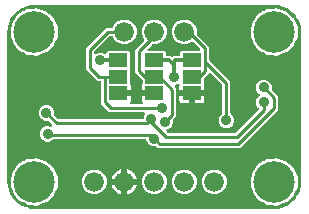
<source format=gbr>
G04 EAGLE Gerber RS-274X export*
G75*
%MOMM*%
%FSLAX34Y34*%
%LPD*%
%INBottom Copper*%
%IPPOS*%
%AMOC8*
5,1,8,0,0,1.08239X$1,22.5*%
G01*
%ADD10C,3.516000*%
%ADD11C,1.676400*%
%ADD12R,1.600200X1.168400*%
%ADD13C,0.906400*%
%ADD14C,0.254000*%
%ADD15C,0.304800*%

G36*
X228622Y2543D02*
X228622Y2543D01*
X228700Y2545D01*
X232077Y2810D01*
X232145Y2824D01*
X232214Y2829D01*
X232370Y2869D01*
X238794Y4956D01*
X238901Y5006D01*
X239012Y5050D01*
X239063Y5083D01*
X239082Y5091D01*
X239097Y5104D01*
X239148Y5136D01*
X244612Y9107D01*
X244699Y9188D01*
X244746Y9227D01*
X244752Y9231D01*
X244753Y9233D01*
X244791Y9264D01*
X244829Y9310D01*
X244844Y9324D01*
X244855Y9342D01*
X244893Y9388D01*
X246586Y11717D01*
X246599Y11741D01*
X246616Y11761D01*
X246675Y11880D01*
X246739Y11996D01*
X246746Y12022D01*
X246758Y12046D01*
X246785Y12174D01*
X246799Y12185D01*
X246823Y12196D01*
X246925Y12281D01*
X247031Y12361D01*
X247048Y12381D01*
X247068Y12398D01*
X247171Y12522D01*
X248864Y14852D01*
X248921Y14956D01*
X248985Y15056D01*
X249007Y15113D01*
X249017Y15131D01*
X249022Y15151D01*
X249044Y15206D01*
X251131Y21630D01*
X251144Y21698D01*
X251167Y21764D01*
X251190Y21923D01*
X251455Y25300D01*
X251455Y25304D01*
X251456Y25307D01*
X251455Y25326D01*
X251459Y25400D01*
X251459Y152400D01*
X251457Y152422D01*
X251455Y152500D01*
X251190Y155877D01*
X251176Y155945D01*
X251171Y156014D01*
X251131Y156170D01*
X249044Y162594D01*
X248993Y162701D01*
X248950Y162812D01*
X248917Y162863D01*
X248909Y162882D01*
X248896Y162897D01*
X248864Y162948D01*
X247171Y165278D01*
X247153Y165297D01*
X247139Y165320D01*
X247044Y165413D01*
X246953Y165509D01*
X246931Y165524D01*
X246912Y165542D01*
X246798Y165608D01*
X246792Y165624D01*
X246789Y165651D01*
X246740Y165775D01*
X246697Y165900D01*
X246682Y165922D01*
X246672Y165947D01*
X246586Y166083D01*
X244893Y168412D01*
X244812Y168499D01*
X244736Y168591D01*
X244690Y168629D01*
X244676Y168644D01*
X244658Y168655D01*
X244612Y168693D01*
X239148Y172664D01*
X239044Y172721D01*
X238944Y172785D01*
X238887Y172807D01*
X238869Y172817D01*
X238849Y172822D01*
X238794Y172844D01*
X232370Y174931D01*
X232302Y174944D01*
X232236Y174967D01*
X232077Y174990D01*
X228700Y175255D01*
X228678Y175254D01*
X228600Y175259D01*
X25400Y175259D01*
X25378Y175257D01*
X25300Y175255D01*
X21923Y174990D01*
X21855Y174976D01*
X21786Y174971D01*
X21630Y174931D01*
X18892Y174041D01*
X18867Y174030D01*
X18842Y174024D01*
X18724Y173963D01*
X18604Y173906D01*
X18583Y173889D01*
X18560Y173877D01*
X18462Y173789D01*
X18445Y173788D01*
X18418Y173793D01*
X18286Y173785D01*
X18153Y173783D01*
X18127Y173775D01*
X18101Y173774D01*
X17945Y173734D01*
X15206Y172844D01*
X15099Y172794D01*
X14988Y172750D01*
X14937Y172717D01*
X14918Y172709D01*
X14903Y172696D01*
X14852Y172664D01*
X9388Y168693D01*
X9301Y168612D01*
X9209Y168536D01*
X9171Y168490D01*
X9156Y168476D01*
X9145Y168458D01*
X9107Y168412D01*
X5136Y162948D01*
X5079Y162844D01*
X5015Y162744D01*
X4993Y162687D01*
X4983Y162669D01*
X4978Y162649D01*
X4956Y162594D01*
X2869Y156170D01*
X2856Y156102D01*
X2833Y156036D01*
X2810Y155877D01*
X2545Y152500D01*
X2546Y152478D01*
X2541Y152400D01*
X2541Y25400D01*
X2543Y25378D01*
X2545Y25300D01*
X2810Y21923D01*
X2824Y21855D01*
X2829Y21786D01*
X2869Y21630D01*
X4956Y15206D01*
X5006Y15099D01*
X5050Y14988D01*
X5083Y14937D01*
X5091Y14918D01*
X5104Y14903D01*
X5136Y14852D01*
X9107Y9388D01*
X9127Y9366D01*
X9138Y9348D01*
X9184Y9305D01*
X9188Y9301D01*
X9264Y9209D01*
X9310Y9171D01*
X9324Y9156D01*
X9342Y9145D01*
X9388Y9107D01*
X14852Y5136D01*
X14956Y5079D01*
X15056Y5015D01*
X15113Y4993D01*
X15131Y4983D01*
X15151Y4978D01*
X15206Y4956D01*
X17945Y4066D01*
X17971Y4061D01*
X17996Y4051D01*
X18127Y4031D01*
X18257Y4006D01*
X18284Y4008D01*
X18310Y4004D01*
X18441Y4018D01*
X18455Y4008D01*
X18474Y3989D01*
X18585Y3917D01*
X18694Y3842D01*
X18719Y3832D01*
X18742Y3818D01*
X18891Y3759D01*
X21630Y2869D01*
X21698Y2856D01*
X21764Y2833D01*
X21923Y2810D01*
X25300Y2545D01*
X25322Y2546D01*
X25400Y2541D01*
X228600Y2541D01*
X228622Y2543D01*
G37*
%LPC*%
G36*
X130284Y53847D02*
X130284Y53847D01*
X129052Y55080D01*
X128973Y55140D01*
X128901Y55208D01*
X128848Y55237D01*
X128800Y55274D01*
X128709Y55314D01*
X128623Y55362D01*
X128564Y55377D01*
X128509Y55401D01*
X128411Y55416D01*
X128315Y55441D01*
X128215Y55447D01*
X128195Y55451D01*
X128182Y55449D01*
X128154Y55451D01*
X125480Y55451D01*
X123067Y56451D01*
X121221Y58297D01*
X120232Y60684D01*
X120218Y60709D01*
X120208Y60737D01*
X120139Y60847D01*
X120075Y60960D01*
X120054Y60981D01*
X120038Y61006D01*
X119944Y61095D01*
X119853Y61188D01*
X119828Y61204D01*
X119807Y61224D01*
X119693Y61287D01*
X119582Y61355D01*
X119554Y61363D01*
X119528Y61378D01*
X119402Y61410D01*
X119278Y61448D01*
X119249Y61450D01*
X119220Y61457D01*
X119060Y61467D01*
X42067Y61467D01*
X41969Y61455D01*
X41870Y61452D01*
X41812Y61435D01*
X41751Y61427D01*
X41659Y61391D01*
X41564Y61363D01*
X41512Y61333D01*
X41456Y61310D01*
X41376Y61252D01*
X41290Y61202D01*
X41215Y61136D01*
X41198Y61124D01*
X41191Y61114D01*
X41169Y61096D01*
X40549Y60475D01*
X38136Y59475D01*
X35524Y59475D01*
X33111Y60475D01*
X31265Y62321D01*
X30265Y64734D01*
X30265Y67346D01*
X31265Y69759D01*
X33111Y71605D01*
X35524Y72605D01*
X38136Y72605D01*
X39016Y72240D01*
X39083Y72222D01*
X39147Y72194D01*
X39236Y72180D01*
X39322Y72156D01*
X39392Y72155D01*
X39461Y72144D01*
X39551Y72153D01*
X39640Y72151D01*
X39708Y72168D01*
X39778Y72174D01*
X39862Y72205D01*
X39950Y72225D01*
X40011Y72258D01*
X40077Y72282D01*
X40151Y72332D01*
X40231Y72374D01*
X40282Y72421D01*
X40340Y72460D01*
X40400Y72528D01*
X40466Y72588D01*
X40504Y72646D01*
X40551Y72699D01*
X40591Y72779D01*
X40641Y72854D01*
X40663Y72920D01*
X40695Y72982D01*
X40715Y73070D01*
X40744Y73155D01*
X40750Y73224D01*
X40765Y73292D01*
X40762Y73382D01*
X40769Y73472D01*
X40757Y73540D01*
X40755Y73610D01*
X40730Y73697D01*
X40715Y73785D01*
X40686Y73849D01*
X40667Y73916D01*
X40621Y73993D01*
X40584Y74075D01*
X40541Y74130D01*
X40505Y74190D01*
X40399Y74310D01*
X37826Y76884D01*
X37747Y76944D01*
X37675Y77012D01*
X37622Y77041D01*
X37574Y77078D01*
X37483Y77118D01*
X37397Y77166D01*
X37338Y77181D01*
X37283Y77205D01*
X37185Y77220D01*
X37089Y77245D01*
X36989Y77251D01*
X36968Y77255D01*
X36956Y77253D01*
X36928Y77255D01*
X34254Y77255D01*
X31841Y78255D01*
X29995Y80101D01*
X28995Y82514D01*
X28995Y85126D01*
X29995Y87539D01*
X31841Y89385D01*
X34254Y90385D01*
X36866Y90385D01*
X39279Y89385D01*
X41125Y87539D01*
X42125Y85126D01*
X42125Y82452D01*
X42137Y82354D01*
X42140Y82255D01*
X42157Y82196D01*
X42165Y82136D01*
X42201Y82044D01*
X42229Y81949D01*
X42259Y81897D01*
X42282Y81841D01*
X42340Y81761D01*
X42390Y81675D01*
X42456Y81600D01*
X42468Y81583D01*
X42478Y81575D01*
X42496Y81554D01*
X45446Y78604D01*
X45525Y78544D01*
X45597Y78476D01*
X45650Y78447D01*
X45698Y78410D01*
X45789Y78370D01*
X45875Y78322D01*
X45934Y78307D01*
X45989Y78283D01*
X46087Y78268D01*
X46183Y78243D01*
X46283Y78237D01*
X46303Y78233D01*
X46316Y78235D01*
X46344Y78233D01*
X116626Y78233D01*
X116744Y78248D01*
X116863Y78255D01*
X116901Y78268D01*
X116942Y78273D01*
X117052Y78316D01*
X117165Y78353D01*
X117200Y78375D01*
X117237Y78390D01*
X117333Y78459D01*
X117434Y78523D01*
X117462Y78553D01*
X117495Y78576D01*
X117571Y78668D01*
X117652Y78755D01*
X117672Y78790D01*
X117697Y78821D01*
X117748Y78929D01*
X117806Y79033D01*
X117816Y79073D01*
X117833Y79109D01*
X117855Y79226D01*
X117885Y79341D01*
X117889Y79401D01*
X117893Y79421D01*
X117891Y79442D01*
X117895Y79502D01*
X117895Y80260D01*
X118853Y82572D01*
X118866Y82620D01*
X118887Y82665D01*
X118908Y82773D01*
X118937Y82879D01*
X118938Y82929D01*
X118947Y82978D01*
X118940Y83087D01*
X118942Y83197D01*
X118931Y83245D01*
X118927Y83295D01*
X118894Y83399D01*
X118868Y83506D01*
X118845Y83550D01*
X118829Y83597D01*
X118771Y83690D01*
X118719Y83787D01*
X118686Y83824D01*
X118659Y83866D01*
X118579Y83941D01*
X118505Y84023D01*
X118464Y84050D01*
X118428Y84084D01*
X118331Y84137D01*
X118240Y84197D01*
X118193Y84214D01*
X118149Y84238D01*
X118043Y84265D01*
X117939Y84301D01*
X117889Y84305D01*
X117841Y84317D01*
X117681Y84327D01*
X88802Y84327D01*
X81787Y91342D01*
X81787Y109728D01*
X81772Y109846D01*
X81765Y109965D01*
X81752Y110003D01*
X81747Y110044D01*
X81704Y110154D01*
X81667Y110267D01*
X81645Y110302D01*
X81630Y110339D01*
X81561Y110435D01*
X81497Y110536D01*
X81467Y110564D01*
X81444Y110597D01*
X81352Y110673D01*
X81265Y110754D01*
X81230Y110774D01*
X81199Y110799D01*
X81091Y110850D01*
X80987Y110908D01*
X80947Y110918D01*
X80911Y110935D01*
X80794Y110957D01*
X80679Y110987D01*
X80619Y110991D01*
X80599Y110995D01*
X80578Y110993D01*
X80518Y110997D01*
X78642Y110997D01*
X71394Y118246D01*
X69087Y120552D01*
X69087Y138528D01*
X86262Y155703D01*
X90847Y155703D01*
X90876Y155706D01*
X90906Y155704D01*
X91034Y155726D01*
X91163Y155743D01*
X91190Y155753D01*
X91219Y155758D01*
X91338Y155812D01*
X91458Y155860D01*
X91482Y155877D01*
X91509Y155889D01*
X91611Y155970D01*
X91716Y156046D01*
X91735Y156069D01*
X91758Y156088D01*
X91836Y156191D01*
X91919Y156291D01*
X91931Y156318D01*
X91949Y156342D01*
X92020Y156486D01*
X92771Y158299D01*
X95701Y161229D01*
X99528Y162815D01*
X103672Y162815D01*
X107499Y161229D01*
X110429Y158299D01*
X112015Y154472D01*
X112015Y150328D01*
X110429Y146501D01*
X107499Y143571D01*
X103672Y141985D01*
X99528Y141985D01*
X95701Y143571D01*
X92771Y146501D01*
X92020Y148314D01*
X92005Y148339D01*
X91996Y148367D01*
X91927Y148477D01*
X91862Y148590D01*
X91842Y148611D01*
X91826Y148636D01*
X91731Y148725D01*
X91641Y148818D01*
X91616Y148834D01*
X91594Y148854D01*
X91480Y148917D01*
X91370Y148985D01*
X91342Y148993D01*
X91316Y149008D01*
X91190Y149040D01*
X91066Y149078D01*
X91036Y149080D01*
X91008Y149087D01*
X90847Y149097D01*
X89524Y149097D01*
X89426Y149085D01*
X89327Y149082D01*
X89268Y149065D01*
X89208Y149057D01*
X89116Y149021D01*
X89021Y148993D01*
X88969Y148963D01*
X88913Y148940D01*
X88833Y148882D01*
X88747Y148832D01*
X88672Y148766D01*
X88655Y148754D01*
X88647Y148744D01*
X88626Y148726D01*
X76064Y136164D01*
X76004Y136085D01*
X75936Y136013D01*
X75907Y135960D01*
X75870Y135912D01*
X75830Y135821D01*
X75782Y135735D01*
X75767Y135676D01*
X75743Y135621D01*
X75728Y135523D01*
X75703Y135427D01*
X75697Y135327D01*
X75693Y135306D01*
X75695Y135294D01*
X75693Y135266D01*
X75693Y134961D01*
X75699Y134911D01*
X75697Y134862D01*
X75719Y134755D01*
X75733Y134645D01*
X75751Y134599D01*
X75761Y134550D01*
X75809Y134452D01*
X75850Y134350D01*
X75879Y134310D01*
X75901Y134265D01*
X75972Y134181D01*
X76036Y134092D01*
X76075Y134061D01*
X76107Y134023D01*
X76197Y133960D01*
X76281Y133889D01*
X76326Y133868D01*
X76367Y133840D01*
X76470Y133801D01*
X76569Y133754D01*
X76618Y133745D01*
X76664Y133727D01*
X76774Y133715D01*
X76881Y133694D01*
X76931Y133697D01*
X76980Y133692D01*
X77089Y133707D01*
X77199Y133714D01*
X77246Y133729D01*
X77295Y133736D01*
X77448Y133788D01*
X79974Y134835D01*
X82586Y134835D01*
X84731Y133946D01*
X84779Y133933D01*
X84824Y133912D01*
X84932Y133891D01*
X85038Y133862D01*
X85088Y133861D01*
X85137Y133852D01*
X85246Y133859D01*
X85356Y133857D01*
X85404Y133869D01*
X85454Y133872D01*
X85558Y133906D01*
X85665Y133931D01*
X85709Y133954D01*
X85756Y133970D01*
X85849Y134029D01*
X85946Y134080D01*
X85983Y134113D01*
X86025Y134140D01*
X86100Y134220D01*
X86182Y134294D01*
X86209Y134335D01*
X86243Y134372D01*
X86296Y134468D01*
X86356Y134560D01*
X86373Y134607D01*
X86397Y134650D01*
X86424Y134756D01*
X86460Y134860D01*
X86464Y134910D01*
X86471Y134939D01*
X87677Y136145D01*
X105363Y136145D01*
X106554Y134954D01*
X106554Y108073D01*
X106565Y107981D01*
X106567Y107889D01*
X106585Y107824D01*
X106594Y107757D01*
X106628Y107671D01*
X106652Y107582D01*
X106704Y107477D01*
X106711Y107462D01*
X106716Y107455D01*
X106724Y107438D01*
X106889Y107153D01*
X107062Y106506D01*
X107062Y102869D01*
X97790Y102869D01*
X97672Y102854D01*
X97553Y102847D01*
X97515Y102834D01*
X97475Y102829D01*
X97364Y102785D01*
X97251Y102749D01*
X97216Y102727D01*
X97179Y102712D01*
X97083Y102642D01*
X96982Y102579D01*
X96954Y102549D01*
X96922Y102525D01*
X96846Y102434D01*
X96764Y102347D01*
X96745Y102312D01*
X96719Y102280D01*
X96668Y102173D01*
X96611Y102069D01*
X96600Y102029D01*
X96583Y101993D01*
X96561Y101876D01*
X96531Y101761D01*
X96527Y101700D01*
X96523Y101680D01*
X96525Y101660D01*
X96521Y101600D01*
X96521Y99060D01*
X96536Y98942D01*
X96543Y98823D01*
X96556Y98785D01*
X96561Y98745D01*
X96605Y98634D01*
X96641Y98521D01*
X96663Y98486D01*
X96678Y98449D01*
X96748Y98353D01*
X96811Y98252D01*
X96841Y98224D01*
X96865Y98191D01*
X96956Y98116D01*
X97043Y98034D01*
X97078Y98014D01*
X97110Y97989D01*
X97217Y97938D01*
X97321Y97880D01*
X97361Y97870D01*
X97397Y97853D01*
X97514Y97831D01*
X97629Y97801D01*
X97690Y97797D01*
X97710Y97793D01*
X97730Y97795D01*
X97790Y97791D01*
X107062Y97791D01*
X107062Y94154D01*
X106889Y93507D01*
X106501Y92837D01*
X106450Y92714D01*
X106394Y92595D01*
X106389Y92568D01*
X106378Y92543D01*
X106359Y92412D01*
X106334Y92282D01*
X106335Y92256D01*
X106332Y92229D01*
X106345Y92097D01*
X106354Y91965D01*
X106362Y91939D01*
X106365Y91913D01*
X106411Y91788D01*
X106452Y91663D01*
X106466Y91640D01*
X106475Y91614D01*
X106551Y91506D01*
X106622Y91394D01*
X106641Y91375D01*
X106657Y91353D01*
X106757Y91267D01*
X106853Y91176D01*
X106877Y91163D01*
X106897Y91145D01*
X107016Y91086D01*
X107132Y91022D01*
X107158Y91016D01*
X107182Y91004D01*
X107312Y90976D01*
X107440Y90943D01*
X107478Y90941D01*
X107493Y90937D01*
X107515Y90938D01*
X107601Y90933D01*
X115919Y90933D01*
X116051Y90949D01*
X116183Y90960D01*
X116208Y90969D01*
X116235Y90973D01*
X116358Y91021D01*
X116483Y91065D01*
X116506Y91080D01*
X116531Y91090D01*
X116638Y91167D01*
X116748Y91241D01*
X116766Y91261D01*
X116788Y91276D01*
X116873Y91378D01*
X116961Y91477D01*
X116974Y91501D01*
X116991Y91521D01*
X117047Y91641D01*
X117109Y91758D01*
X117115Y91785D01*
X117126Y91809D01*
X117151Y91939D01*
X117182Y92068D01*
X117181Y92095D01*
X117186Y92121D01*
X117178Y92253D01*
X117175Y92386D01*
X117168Y92412D01*
X117166Y92439D01*
X117126Y92564D01*
X117090Y92692D01*
X117073Y92727D01*
X117068Y92741D01*
X117057Y92760D01*
X117019Y92837D01*
X116631Y93507D01*
X116458Y94154D01*
X116458Y97791D01*
X125730Y97791D01*
X125848Y97806D01*
X125967Y97813D01*
X126005Y97826D01*
X126045Y97831D01*
X126156Y97874D01*
X126269Y97911D01*
X126304Y97933D01*
X126341Y97948D01*
X126437Y98018D01*
X126538Y98081D01*
X126566Y98111D01*
X126598Y98135D01*
X126674Y98226D01*
X126756Y98313D01*
X126775Y98348D01*
X126801Y98379D01*
X126852Y98487D01*
X126909Y98591D01*
X126920Y98631D01*
X126937Y98667D01*
X126959Y98784D01*
X126989Y98899D01*
X126993Y98960D01*
X126997Y98980D01*
X126995Y99000D01*
X126999Y99060D01*
X126999Y101600D01*
X126984Y101718D01*
X126977Y101837D01*
X126964Y101875D01*
X126959Y101915D01*
X126915Y102026D01*
X126879Y102139D01*
X126857Y102174D01*
X126842Y102211D01*
X126772Y102307D01*
X126709Y102408D01*
X126679Y102436D01*
X126655Y102468D01*
X126564Y102544D01*
X126477Y102626D01*
X126442Y102645D01*
X126410Y102671D01*
X126303Y102722D01*
X126199Y102779D01*
X126159Y102790D01*
X126123Y102807D01*
X126006Y102829D01*
X125891Y102859D01*
X125830Y102863D01*
X125810Y102867D01*
X125790Y102865D01*
X125730Y102869D01*
X116458Y102869D01*
X116458Y106506D01*
X116631Y107153D01*
X116796Y107438D01*
X116832Y107523D01*
X116877Y107604D01*
X116893Y107669D01*
X116919Y107731D01*
X116933Y107823D01*
X116956Y107912D01*
X116963Y108029D01*
X116966Y108046D01*
X116965Y108054D01*
X116966Y108073D01*
X116966Y111517D01*
X116954Y111615D01*
X116951Y111714D01*
X116934Y111773D01*
X116926Y111833D01*
X116890Y111925D01*
X116862Y112020D01*
X116832Y112072D01*
X116809Y112128D01*
X116751Y112209D01*
X116701Y112294D01*
X116635Y112369D01*
X116623Y112386D01*
X116613Y112394D01*
X116595Y112415D01*
X113304Y115706D01*
X110997Y118012D01*
X110997Y137258D01*
X118308Y144569D01*
X118381Y144663D01*
X118460Y144752D01*
X118478Y144788D01*
X118503Y144820D01*
X118550Y144929D01*
X118604Y145035D01*
X118613Y145075D01*
X118629Y145112D01*
X118648Y145229D01*
X118674Y145345D01*
X118673Y145386D01*
X118679Y145426D01*
X118668Y145545D01*
X118664Y145663D01*
X118653Y145702D01*
X118649Y145742D01*
X118609Y145855D01*
X118576Y145969D01*
X118555Y146004D01*
X118542Y146042D01*
X118475Y146140D01*
X118414Y146243D01*
X118374Y146288D01*
X118363Y146305D01*
X118348Y146318D01*
X118308Y146364D01*
X118171Y146501D01*
X116585Y150328D01*
X116585Y154472D01*
X118171Y158299D01*
X121101Y161229D01*
X124928Y162815D01*
X129072Y162815D01*
X132899Y161229D01*
X135829Y158299D01*
X137415Y154472D01*
X137415Y150328D01*
X135829Y146501D01*
X132899Y143571D01*
X129072Y141985D01*
X125592Y141985D01*
X125494Y141973D01*
X125395Y141970D01*
X125336Y141953D01*
X125276Y141945D01*
X125184Y141909D01*
X125089Y141881D01*
X125037Y141851D01*
X124981Y141828D01*
X124901Y141770D01*
X124815Y141720D01*
X124740Y141654D01*
X124723Y141642D01*
X124715Y141632D01*
X124694Y141614D01*
X121392Y138311D01*
X121307Y138202D01*
X121218Y138095D01*
X121210Y138076D01*
X121197Y138060D01*
X121142Y137932D01*
X121083Y137807D01*
X121079Y137787D01*
X121071Y137768D01*
X121049Y137630D01*
X121023Y137494D01*
X121024Y137474D01*
X121021Y137454D01*
X121034Y137315D01*
X121043Y137177D01*
X121049Y137158D01*
X121051Y137138D01*
X121098Y137006D01*
X121141Y136875D01*
X121152Y136857D01*
X121159Y136838D01*
X121237Y136723D01*
X121311Y136606D01*
X121326Y136592D01*
X121337Y136575D01*
X121441Y136483D01*
X121543Y136388D01*
X121560Y136378D01*
X121576Y136365D01*
X121700Y136301D01*
X121821Y136234D01*
X121841Y136229D01*
X121859Y136220D01*
X121995Y136190D01*
X122129Y136155D01*
X122157Y136153D01*
X122169Y136150D01*
X122190Y136151D01*
X122290Y136145D01*
X135843Y136145D01*
X137034Y134954D01*
X137034Y133096D01*
X137049Y132978D01*
X137056Y132859D01*
X137069Y132821D01*
X137074Y132780D01*
X137117Y132670D01*
X137154Y132557D01*
X137176Y132522D01*
X137191Y132485D01*
X137260Y132389D01*
X137324Y132288D01*
X137354Y132260D01*
X137377Y132227D01*
X137469Y132151D01*
X137556Y132070D01*
X137591Y132050D01*
X137622Y132025D01*
X137730Y131974D01*
X137834Y131916D01*
X137874Y131906D01*
X137910Y131889D01*
X138027Y131867D01*
X138142Y131837D01*
X138202Y131833D01*
X138222Y131829D01*
X138243Y131831D01*
X138303Y131827D01*
X141173Y131827D01*
X141342Y131657D01*
X141437Y131584D01*
X141526Y131506D01*
X141562Y131487D01*
X141594Y131463D01*
X141703Y131415D01*
X141809Y131361D01*
X141848Y131352D01*
X141886Y131336D01*
X142003Y131317D01*
X142119Y131291D01*
X142160Y131293D01*
X142200Y131286D01*
X142318Y131297D01*
X142437Y131301D01*
X142476Y131312D01*
X142516Y131316D01*
X142628Y131356D01*
X142743Y131390D01*
X142778Y131410D01*
X142816Y131424D01*
X142914Y131490D01*
X143017Y131551D01*
X143062Y131591D01*
X143079Y131602D01*
X143092Y131618D01*
X143137Y131657D01*
X143307Y131827D01*
X147447Y131827D01*
X147565Y131842D01*
X147684Y131849D01*
X147722Y131862D01*
X147763Y131867D01*
X147873Y131910D01*
X147986Y131947D01*
X148021Y131969D01*
X148058Y131984D01*
X148154Y132053D01*
X148255Y132117D01*
X148283Y132147D01*
X148316Y132170D01*
X148392Y132262D01*
X148473Y132349D01*
X148493Y132384D01*
X148518Y132415D01*
X148569Y132523D01*
X148627Y132627D01*
X148637Y132667D01*
X148654Y132703D01*
X148676Y132820D01*
X148706Y132935D01*
X148710Y132995D01*
X148714Y133015D01*
X148712Y133036D01*
X148716Y133096D01*
X148716Y134954D01*
X149907Y136145D01*
X164730Y136145D01*
X164868Y136162D01*
X165007Y136175D01*
X165026Y136182D01*
X165046Y136185D01*
X165175Y136236D01*
X165306Y136283D01*
X165323Y136294D01*
X165341Y136302D01*
X165454Y136383D01*
X165569Y136461D01*
X165582Y136477D01*
X165599Y136488D01*
X165688Y136596D01*
X165780Y136700D01*
X165789Y136718D01*
X165802Y136733D01*
X165861Y136859D01*
X165924Y136983D01*
X165929Y137003D01*
X165937Y137021D01*
X165963Y137157D01*
X165994Y137293D01*
X165993Y137314D01*
X165997Y137333D01*
X165988Y137472D01*
X165984Y137611D01*
X165978Y137631D01*
X165977Y137651D01*
X165934Y137783D01*
X165896Y137917D01*
X165885Y137934D01*
X165879Y137953D01*
X165805Y138071D01*
X165734Y138191D01*
X165716Y138212D01*
X165709Y138222D01*
X165694Y138236D01*
X165628Y138311D01*
X160231Y143708D01*
X160137Y143781D01*
X160048Y143860D01*
X160012Y143878D01*
X159980Y143903D01*
X159871Y143950D01*
X159765Y144004D01*
X159725Y144013D01*
X159688Y144029D01*
X159571Y144048D01*
X159455Y144074D01*
X159414Y144073D01*
X159374Y144079D01*
X159255Y144068D01*
X159137Y144064D01*
X159098Y144053D01*
X159058Y144049D01*
X158945Y144009D01*
X158831Y143976D01*
X158796Y143955D01*
X158758Y143942D01*
X158660Y143875D01*
X158557Y143814D01*
X158512Y143774D01*
X158495Y143763D01*
X158482Y143748D01*
X158436Y143708D01*
X158299Y143571D01*
X154472Y141985D01*
X150328Y141985D01*
X146501Y143571D01*
X143571Y146501D01*
X141985Y150328D01*
X141985Y154472D01*
X143571Y158299D01*
X146501Y161229D01*
X150328Y162815D01*
X154472Y162815D01*
X158299Y161229D01*
X161229Y158299D01*
X162815Y154472D01*
X162815Y150992D01*
X162827Y150894D01*
X162830Y150795D01*
X162847Y150736D01*
X162855Y150676D01*
X162891Y150584D01*
X162919Y150489D01*
X162949Y150437D01*
X162972Y150381D01*
X163030Y150301D01*
X163080Y150215D01*
X163146Y150140D01*
X163158Y150123D01*
X163168Y150115D01*
X163186Y150094D01*
X173483Y139798D01*
X173483Y128894D01*
X173495Y128796D01*
X173498Y128697D01*
X173515Y128638D01*
X173523Y128578D01*
X173559Y128486D01*
X173587Y128391D01*
X173617Y128339D01*
X173640Y128283D01*
X173698Y128203D01*
X173748Y128117D01*
X173814Y128042D01*
X173826Y128025D01*
X173836Y128017D01*
X173854Y127996D01*
X191263Y110588D01*
X191263Y84191D01*
X191275Y84093D01*
X191278Y83994D01*
X191295Y83936D01*
X191303Y83875D01*
X191339Y83783D01*
X191367Y83688D01*
X191397Y83636D01*
X191420Y83580D01*
X191478Y83500D01*
X191528Y83414D01*
X191594Y83339D01*
X191606Y83322D01*
X191616Y83315D01*
X191634Y83293D01*
X193525Y81403D01*
X194525Y78990D01*
X194525Y76378D01*
X193525Y73965D01*
X191679Y72119D01*
X189266Y71119D01*
X186654Y71119D01*
X184241Y72119D01*
X182395Y73965D01*
X181395Y76378D01*
X181395Y78990D01*
X182395Y81403D01*
X184286Y83293D01*
X184346Y83372D01*
X184414Y83444D01*
X184443Y83497D01*
X184480Y83545D01*
X184520Y83636D01*
X184568Y83722D01*
X184583Y83781D01*
X184607Y83837D01*
X184622Y83935D01*
X184647Y84030D01*
X184653Y84130D01*
X184657Y84151D01*
X184655Y84163D01*
X184657Y84191D01*
X184657Y107326D01*
X184645Y107424D01*
X184642Y107523D01*
X184625Y107582D01*
X184617Y107642D01*
X184581Y107734D01*
X184553Y107829D01*
X184523Y107881D01*
X184500Y107937D01*
X184442Y108017D01*
X184392Y108103D01*
X184326Y108178D01*
X184314Y108195D01*
X184304Y108203D01*
X184286Y108224D01*
X174887Y117622D01*
X174793Y117695D01*
X174704Y117773D01*
X174668Y117792D01*
X174636Y117817D01*
X174527Y117864D01*
X174421Y117918D01*
X174382Y117927D01*
X174344Y117943D01*
X174227Y117962D01*
X174111Y117988D01*
X174070Y117987D01*
X174030Y117993D01*
X173912Y117982D01*
X173793Y117978D01*
X173754Y117967D01*
X173714Y117963D01*
X173602Y117923D01*
X173487Y117890D01*
X173452Y117869D01*
X173414Y117855D01*
X173316Y117788D01*
X173213Y117728D01*
X173168Y117688D01*
X173151Y117677D01*
X173138Y117662D01*
X173092Y117622D01*
X171176Y115706D01*
X169155Y113685D01*
X169095Y113606D01*
X169027Y113534D01*
X168998Y113481D01*
X168961Y113433D01*
X168921Y113342D01*
X168873Y113256D01*
X168858Y113197D01*
X168834Y113142D01*
X168819Y113044D01*
X168794Y112948D01*
X168788Y112848D01*
X168784Y112827D01*
X168786Y112815D01*
X168784Y112787D01*
X168784Y108073D01*
X168795Y107981D01*
X168797Y107889D01*
X168815Y107824D01*
X168824Y107757D01*
X168858Y107671D01*
X168882Y107582D01*
X168934Y107477D01*
X168941Y107462D01*
X168946Y107455D01*
X168954Y107438D01*
X169119Y107153D01*
X169292Y106506D01*
X169292Y102869D01*
X160020Y102869D01*
X159902Y102854D01*
X159783Y102847D01*
X159745Y102834D01*
X159705Y102829D01*
X159594Y102785D01*
X159481Y102749D01*
X159446Y102727D01*
X159409Y102712D01*
X159313Y102642D01*
X159212Y102579D01*
X159184Y102549D01*
X159152Y102525D01*
X159076Y102434D01*
X158994Y102347D01*
X158975Y102312D01*
X158949Y102280D01*
X158898Y102173D01*
X158841Y102069D01*
X158830Y102029D01*
X158813Y101993D01*
X158791Y101876D01*
X158761Y101761D01*
X158757Y101700D01*
X158753Y101680D01*
X158755Y101660D01*
X158751Y101600D01*
X158751Y100329D01*
X158749Y100329D01*
X158749Y101600D01*
X158734Y101718D01*
X158727Y101837D01*
X158714Y101875D01*
X158709Y101915D01*
X158665Y102026D01*
X158629Y102139D01*
X158607Y102174D01*
X158592Y102211D01*
X158522Y102307D01*
X158459Y102408D01*
X158429Y102436D01*
X158405Y102468D01*
X158314Y102544D01*
X158227Y102626D01*
X158192Y102645D01*
X158160Y102671D01*
X158053Y102722D01*
X157949Y102779D01*
X157909Y102790D01*
X157873Y102807D01*
X157756Y102829D01*
X157641Y102859D01*
X157580Y102863D01*
X157560Y102867D01*
X157540Y102865D01*
X157480Y102869D01*
X148208Y102869D01*
X148208Y106506D01*
X148336Y106983D01*
X148344Y107039D01*
X148360Y107093D01*
X148365Y107196D01*
X148379Y107298D01*
X148373Y107354D01*
X148375Y107411D01*
X148355Y107512D01*
X148343Y107614D01*
X148323Y107667D01*
X148311Y107722D01*
X148266Y107815D01*
X148229Y107911D01*
X148196Y107957D01*
X148171Y108008D01*
X148104Y108086D01*
X148045Y108170D01*
X148002Y108207D01*
X147965Y108250D01*
X147881Y108309D01*
X147802Y108376D01*
X147751Y108400D01*
X147705Y108433D01*
X147608Y108470D01*
X147516Y108514D01*
X147460Y108526D01*
X147408Y108546D01*
X147305Y108557D01*
X147204Y108578D01*
X147148Y108575D01*
X147092Y108581D01*
X146990Y108566D01*
X146886Y108561D01*
X146833Y108544D01*
X146777Y108536D01*
X146624Y108484D01*
X145130Y107865D01*
X145087Y107841D01*
X145040Y107824D01*
X144949Y107762D01*
X144854Y107708D01*
X144818Y107673D01*
X144777Y107645D01*
X144704Y107563D01*
X144625Y107487D01*
X144599Y107444D01*
X144566Y107407D01*
X144517Y107309D01*
X144459Y107215D01*
X144444Y107168D01*
X144422Y107124D01*
X144398Y107017D01*
X144365Y106912D01*
X144363Y106862D01*
X144352Y106813D01*
X144356Y106703D01*
X144350Y106594D01*
X144360Y106545D01*
X144362Y106496D01*
X144392Y106390D01*
X144415Y106282D01*
X144436Y106238D01*
X144450Y106190D01*
X144506Y106096D01*
X144554Y105997D01*
X144587Y105959D01*
X144612Y105916D01*
X144718Y105795D01*
X145543Y104971D01*
X145543Y81062D01*
X143160Y78680D01*
X143100Y78601D01*
X143032Y78529D01*
X143003Y78476D01*
X142966Y78428D01*
X142926Y78337D01*
X142878Y78251D01*
X142863Y78192D01*
X142839Y78137D01*
X142824Y78039D01*
X142799Y77943D01*
X142793Y77843D01*
X142789Y77822D01*
X142791Y77810D01*
X142789Y77782D01*
X142789Y75108D01*
X141789Y72695D01*
X139943Y70849D01*
X137836Y69976D01*
X137793Y69952D01*
X137746Y69935D01*
X137656Y69873D01*
X137560Y69819D01*
X137524Y69784D01*
X137483Y69756D01*
X137411Y69674D01*
X137332Y69597D01*
X137306Y69555D01*
X137273Y69518D01*
X137223Y69420D01*
X137165Y69326D01*
X137151Y69279D01*
X137128Y69235D01*
X137104Y69127D01*
X137072Y69022D01*
X137069Y68973D01*
X137059Y68924D01*
X137062Y68814D01*
X137057Y68705D01*
X137067Y68656D01*
X137068Y68606D01*
X137099Y68501D01*
X137121Y68393D01*
X137143Y68349D01*
X137157Y68301D01*
X137212Y68206D01*
X137261Y68108D01*
X137293Y68070D01*
X137318Y68027D01*
X137425Y67906D01*
X138156Y67174D01*
X138234Y67114D01*
X138307Y67046D01*
X138360Y67017D01*
X138408Y66980D01*
X138498Y66940D01*
X138585Y66892D01*
X138644Y66877D01*
X138699Y66853D01*
X138797Y66838D01*
X138893Y66813D01*
X138993Y66807D01*
X139014Y66803D01*
X139026Y66805D01*
X139054Y66803D01*
X194956Y66803D01*
X195054Y66815D01*
X195153Y66818D01*
X195212Y66835D01*
X195272Y66843D01*
X195364Y66879D01*
X195459Y66907D01*
X195511Y66937D01*
X195567Y66960D01*
X195647Y67018D01*
X195733Y67068D01*
X195808Y67134D01*
X195825Y67146D01*
X195833Y67156D01*
X195854Y67174D01*
X215010Y86331D01*
X215083Y86425D01*
X215162Y86514D01*
X215180Y86550D01*
X215205Y86582D01*
X215252Y86692D01*
X215307Y86797D01*
X215315Y86837D01*
X215331Y86874D01*
X215350Y86992D01*
X215376Y87108D01*
X215375Y87148D01*
X215381Y87188D01*
X215370Y87307D01*
X215367Y87426D01*
X215355Y87465D01*
X215351Y87505D01*
X215311Y87617D01*
X215278Y87731D01*
X215258Y87766D01*
X215244Y87804D01*
X215177Y87903D01*
X215117Y88005D01*
X215077Y88050D01*
X215065Y88067D01*
X215050Y88081D01*
X215010Y88126D01*
X214145Y88991D01*
X213145Y91404D01*
X213145Y94016D01*
X214145Y96429D01*
X215879Y98162D01*
X215952Y98257D01*
X216030Y98346D01*
X216049Y98382D01*
X216074Y98414D01*
X216121Y98523D01*
X216175Y98629D01*
X216184Y98668D01*
X216200Y98706D01*
X216219Y98823D01*
X216245Y98939D01*
X216243Y98980D01*
X216250Y99020D01*
X216239Y99138D01*
X216235Y99257D01*
X216224Y99296D01*
X216220Y99336D01*
X216180Y99449D01*
X216147Y99563D01*
X216126Y99597D01*
X216112Y99636D01*
X216045Y99734D01*
X215985Y99837D01*
X215945Y99882D01*
X215934Y99899D01*
X215918Y99912D01*
X215879Y99957D01*
X214145Y101691D01*
X213145Y104104D01*
X213145Y106716D01*
X214145Y109129D01*
X215991Y110975D01*
X218404Y111975D01*
X221016Y111975D01*
X223429Y110975D01*
X225275Y109129D01*
X226275Y106716D01*
X226275Y104042D01*
X226287Y103944D01*
X226290Y103845D01*
X226307Y103786D01*
X226315Y103726D01*
X226351Y103634D01*
X226379Y103539D01*
X226409Y103487D01*
X226432Y103431D01*
X226490Y103351D01*
X226540Y103265D01*
X226606Y103190D01*
X226618Y103173D01*
X226628Y103165D01*
X226646Y103144D01*
X231903Y97888D01*
X231903Y86262D01*
X199488Y53847D01*
X130284Y53847D01*
G37*
%LPD*%
%LPC*%
G36*
X23676Y132780D02*
X23676Y132780D01*
X23658Y132780D01*
X23543Y132787D01*
X21499Y132787D01*
X20951Y133014D01*
X20853Y133041D01*
X20757Y133077D01*
X20665Y133092D01*
X20644Y133098D01*
X20631Y133098D01*
X20598Y133104D01*
X19179Y133253D01*
X16215Y134964D01*
X16212Y134965D01*
X16210Y134967D01*
X16066Y135038D01*
X14290Y135773D01*
X13693Y136370D01*
X13626Y136422D01*
X13565Y136483D01*
X13451Y136558D01*
X13442Y136565D01*
X13438Y136567D01*
X13431Y136572D01*
X11929Y137439D01*
X10139Y139903D01*
X10126Y139917D01*
X10116Y139933D01*
X10009Y140054D01*
X8773Y141290D01*
X8357Y142296D01*
X8322Y142356D01*
X8297Y142420D01*
X8211Y142556D01*
X7008Y144211D01*
X6447Y146850D01*
X6436Y146883D01*
X6431Y146919D01*
X6379Y147071D01*
X5787Y148499D01*
X5787Y149822D01*
X5781Y149874D01*
X5783Y149926D01*
X5760Y150086D01*
X5268Y152400D01*
X5760Y154714D01*
X5764Y154767D01*
X5777Y154818D01*
X5787Y154978D01*
X5787Y156301D01*
X6379Y157729D01*
X6388Y157763D01*
X6404Y157795D01*
X6447Y157950D01*
X7008Y160589D01*
X8211Y162244D01*
X8244Y162305D01*
X8286Y162360D01*
X8357Y162504D01*
X8773Y163510D01*
X10009Y164746D01*
X10021Y164761D01*
X10036Y164773D01*
X10139Y164897D01*
X11929Y167361D01*
X13431Y168228D01*
X13499Y168280D01*
X13573Y168324D01*
X13675Y168414D01*
X13684Y168421D01*
X13687Y168424D01*
X13693Y168430D01*
X14290Y169027D01*
X16066Y169762D01*
X16068Y169764D01*
X16070Y169764D01*
X16215Y169836D01*
X18972Y171428D01*
X18993Y171444D01*
X19017Y171455D01*
X19119Y171540D01*
X19166Y171575D01*
X19203Y171568D01*
X19229Y171569D01*
X19256Y171565D01*
X19416Y171572D01*
X20598Y171696D01*
X20698Y171720D01*
X20799Y171734D01*
X20887Y171764D01*
X20908Y171769D01*
X20920Y171775D01*
X20951Y171786D01*
X21499Y172013D01*
X23543Y172013D01*
X23560Y172015D01*
X23676Y172020D01*
X27504Y172422D01*
X28573Y172075D01*
X28690Y172053D01*
X28805Y172023D01*
X28865Y172019D01*
X28885Y172015D01*
X28906Y172017D01*
X28965Y172013D01*
X29301Y172013D01*
X31209Y171223D01*
X31230Y171217D01*
X31302Y171188D01*
X35466Y169835D01*
X36078Y169285D01*
X36188Y169208D01*
X36297Y169126D01*
X36327Y169111D01*
X36339Y169103D01*
X36359Y169096D01*
X36441Y169055D01*
X36510Y169027D01*
X37805Y167732D01*
X37819Y167721D01*
X37853Y167686D01*
X41687Y164234D01*
X41900Y163756D01*
X41979Y163626D01*
X42250Y162972D01*
X42255Y162963D01*
X42263Y162941D01*
X45092Y156586D01*
X45092Y148214D01*
X42263Y141859D01*
X42260Y141849D01*
X42250Y141828D01*
X41994Y141211D01*
X41975Y141187D01*
X41970Y141179D01*
X41968Y141175D01*
X41963Y141165D01*
X41900Y141044D01*
X41687Y140566D01*
X37853Y137114D01*
X37841Y137100D01*
X37804Y137068D01*
X36510Y135773D01*
X36441Y135745D01*
X36324Y135678D01*
X36204Y135615D01*
X36177Y135594D01*
X36165Y135587D01*
X36149Y135572D01*
X36078Y135515D01*
X35466Y134965D01*
X31302Y133612D01*
X31283Y133603D01*
X31209Y133577D01*
X29301Y132787D01*
X28965Y132787D01*
X28848Y132772D01*
X28729Y132765D01*
X28670Y132750D01*
X28650Y132747D01*
X28631Y132740D01*
X28573Y132725D01*
X27504Y132378D01*
X23676Y132780D01*
G37*
%LPD*%
%LPC*%
G36*
X226876Y132780D02*
X226876Y132780D01*
X226858Y132780D01*
X226743Y132787D01*
X224699Y132787D01*
X224151Y133014D01*
X224052Y133041D01*
X223957Y133077D01*
X223865Y133092D01*
X223844Y133098D01*
X223831Y133098D01*
X223798Y133104D01*
X222379Y133253D01*
X219415Y134964D01*
X219413Y134965D01*
X219410Y134967D01*
X219266Y135038D01*
X217490Y135773D01*
X216893Y136370D01*
X216826Y136422D01*
X216765Y136483D01*
X216651Y136558D01*
X216642Y136565D01*
X216638Y136567D01*
X216631Y136572D01*
X215129Y137439D01*
X213339Y139903D01*
X213326Y139917D01*
X213316Y139933D01*
X213209Y140054D01*
X211973Y141290D01*
X211557Y142296D01*
X211522Y142356D01*
X211497Y142420D01*
X211411Y142556D01*
X210208Y144211D01*
X209647Y146849D01*
X209636Y146883D01*
X209631Y146919D01*
X209579Y147071D01*
X208987Y148499D01*
X208987Y149822D01*
X208981Y149874D01*
X208983Y149926D01*
X208960Y150086D01*
X208468Y152400D01*
X208960Y154714D01*
X208964Y154767D01*
X208977Y154817D01*
X208987Y154978D01*
X208987Y156301D01*
X209579Y157729D01*
X209588Y157763D01*
X209604Y157795D01*
X209647Y157951D01*
X210208Y160589D01*
X211411Y162244D01*
X211444Y162305D01*
X211486Y162360D01*
X211557Y162504D01*
X211973Y163510D01*
X213209Y164746D01*
X213221Y164761D01*
X213236Y164773D01*
X213339Y164897D01*
X215129Y167361D01*
X216631Y168228D01*
X216699Y168280D01*
X216773Y168324D01*
X216875Y168414D01*
X216884Y168421D01*
X216887Y168424D01*
X216893Y168430D01*
X217490Y169027D01*
X219266Y169762D01*
X219268Y169764D01*
X219271Y169764D01*
X219415Y169836D01*
X222379Y171547D01*
X223798Y171696D01*
X223898Y171720D01*
X223999Y171734D01*
X224087Y171764D01*
X224108Y171769D01*
X224120Y171775D01*
X224151Y171786D01*
X224699Y172013D01*
X226743Y172013D01*
X226760Y172015D01*
X226876Y172020D01*
X230704Y172422D01*
X231773Y172075D01*
X231890Y172053D01*
X232005Y172023D01*
X232065Y172019D01*
X232085Y172015D01*
X232106Y172017D01*
X232165Y172013D01*
X232501Y172013D01*
X234409Y171222D01*
X234430Y171217D01*
X234503Y171188D01*
X238666Y169835D01*
X239278Y169285D01*
X239389Y169207D01*
X239497Y169126D01*
X239527Y169111D01*
X239539Y169103D01*
X239559Y169096D01*
X239641Y169055D01*
X239710Y169027D01*
X241005Y167732D01*
X241019Y167721D01*
X241053Y167686D01*
X244710Y164393D01*
X244732Y164378D01*
X244750Y164359D01*
X244862Y164288D01*
X244910Y164254D01*
X244914Y164217D01*
X244924Y164192D01*
X244929Y164166D01*
X244985Y164015D01*
X245100Y163756D01*
X245179Y163626D01*
X245450Y162971D01*
X245455Y162962D01*
X245463Y162941D01*
X248292Y156586D01*
X248292Y148214D01*
X245463Y141859D01*
X245460Y141849D01*
X245450Y141829D01*
X245194Y141211D01*
X245175Y141187D01*
X245170Y141179D01*
X245168Y141175D01*
X245163Y141164D01*
X245100Y141044D01*
X244887Y140566D01*
X241053Y137114D01*
X241041Y137100D01*
X241005Y137068D01*
X239710Y135773D01*
X239641Y135745D01*
X239524Y135678D01*
X239404Y135615D01*
X239377Y135594D01*
X239365Y135587D01*
X239350Y135572D01*
X239278Y135515D01*
X238666Y134965D01*
X234502Y133612D01*
X234483Y133603D01*
X234409Y133577D01*
X232501Y132787D01*
X232165Y132787D01*
X232047Y132772D01*
X231929Y132765D01*
X231870Y132750D01*
X231850Y132747D01*
X231831Y132740D01*
X231773Y132725D01*
X230704Y132378D01*
X226876Y132780D01*
G37*
%LPD*%
%LPC*%
G36*
X226876Y5780D02*
X226876Y5780D01*
X226858Y5780D01*
X226743Y5787D01*
X224699Y5787D01*
X224151Y6014D01*
X224052Y6041D01*
X223957Y6077D01*
X223865Y6092D01*
X223844Y6098D01*
X223831Y6098D01*
X223798Y6104D01*
X222379Y6253D01*
X219415Y7964D01*
X219413Y7965D01*
X219410Y7967D01*
X219266Y8038D01*
X217490Y8773D01*
X216893Y9370D01*
X216826Y9422D01*
X216765Y9483D01*
X216651Y9558D01*
X216642Y9565D01*
X216638Y9567D01*
X216631Y9572D01*
X215129Y10439D01*
X213339Y12903D01*
X213326Y12917D01*
X213316Y12933D01*
X213209Y13054D01*
X211973Y14290D01*
X211557Y15296D01*
X211522Y15356D01*
X211497Y15420D01*
X211411Y15556D01*
X210208Y17211D01*
X209647Y19849D01*
X209636Y19883D01*
X209631Y19919D01*
X209579Y20071D01*
X208987Y21499D01*
X208987Y22822D01*
X208981Y22874D01*
X208983Y22926D01*
X208960Y23086D01*
X208468Y25400D01*
X208960Y27714D01*
X208964Y27767D01*
X208977Y27817D01*
X208987Y27978D01*
X208987Y29301D01*
X209579Y30729D01*
X209588Y30763D01*
X209604Y30795D01*
X209647Y30951D01*
X210208Y33589D01*
X211411Y35244D01*
X211444Y35305D01*
X211486Y35360D01*
X211557Y35504D01*
X211973Y36510D01*
X213209Y37746D01*
X213221Y37761D01*
X213236Y37773D01*
X213339Y37897D01*
X215129Y40361D01*
X216631Y41228D01*
X216699Y41280D01*
X216773Y41324D01*
X216875Y41414D01*
X216884Y41421D01*
X216887Y41424D01*
X216893Y41430D01*
X217490Y42027D01*
X219266Y42762D01*
X219268Y42764D01*
X219271Y42764D01*
X219415Y42836D01*
X222379Y44547D01*
X223798Y44696D01*
X223898Y44720D01*
X223999Y44734D01*
X224087Y44764D01*
X224108Y44769D01*
X224120Y44775D01*
X224151Y44786D01*
X224699Y45013D01*
X226743Y45013D01*
X226760Y45015D01*
X226876Y45020D01*
X230704Y45422D01*
X231773Y45075D01*
X231890Y45053D01*
X232005Y45023D01*
X232065Y45019D01*
X232085Y45015D01*
X232106Y45017D01*
X232165Y45013D01*
X232501Y45013D01*
X234409Y44222D01*
X234430Y44217D01*
X234503Y44188D01*
X238666Y42835D01*
X239278Y42285D01*
X239389Y42207D01*
X239497Y42126D01*
X239527Y42111D01*
X239539Y42103D01*
X239559Y42096D01*
X239641Y42055D01*
X239710Y42027D01*
X241005Y40732D01*
X241019Y40721D01*
X241053Y40686D01*
X244887Y37234D01*
X245100Y36756D01*
X245179Y36626D01*
X245450Y35971D01*
X245455Y35962D01*
X245463Y35941D01*
X248292Y29586D01*
X248292Y21214D01*
X245463Y14859D01*
X245460Y14849D01*
X245450Y14829D01*
X245194Y14211D01*
X245175Y14187D01*
X245170Y14178D01*
X245168Y14175D01*
X245163Y14165D01*
X245100Y14044D01*
X244985Y13785D01*
X244977Y13759D01*
X244964Y13736D01*
X244931Y13607D01*
X244914Y13552D01*
X244880Y13536D01*
X244860Y13519D01*
X244836Y13507D01*
X244710Y13407D01*
X241053Y10114D01*
X241041Y10100D01*
X241005Y10068D01*
X239710Y8773D01*
X239641Y8745D01*
X239524Y8678D01*
X239404Y8615D01*
X239377Y8594D01*
X239365Y8587D01*
X239350Y8572D01*
X239278Y8515D01*
X238666Y7965D01*
X234502Y6612D01*
X234483Y6603D01*
X234409Y6577D01*
X232501Y5787D01*
X232165Y5787D01*
X232047Y5772D01*
X231929Y5765D01*
X231870Y5750D01*
X231850Y5747D01*
X231831Y5740D01*
X231773Y5725D01*
X230704Y5378D01*
X226876Y5780D01*
G37*
%LPD*%
%LPC*%
G36*
X23676Y5780D02*
X23676Y5780D01*
X23658Y5780D01*
X23543Y5787D01*
X21499Y5787D01*
X20951Y6014D01*
X20852Y6041D01*
X20757Y6077D01*
X20665Y6092D01*
X20644Y6098D01*
X20631Y6098D01*
X20598Y6104D01*
X19416Y6228D01*
X19390Y6227D01*
X19364Y6232D01*
X19231Y6224D01*
X19173Y6223D01*
X19147Y6250D01*
X19125Y6265D01*
X19106Y6283D01*
X18972Y6372D01*
X16215Y7964D01*
X16213Y7965D01*
X16210Y7967D01*
X16066Y8038D01*
X14290Y8773D01*
X13693Y9370D01*
X13626Y9422D01*
X13565Y9483D01*
X13451Y9558D01*
X13442Y9565D01*
X13438Y9567D01*
X13431Y9572D01*
X11929Y10439D01*
X10139Y12903D01*
X10126Y12917D01*
X10116Y12933D01*
X10009Y13054D01*
X8773Y14290D01*
X8357Y15296D01*
X8322Y15356D01*
X8297Y15420D01*
X8211Y15556D01*
X7008Y17211D01*
X6447Y19849D01*
X6436Y19883D01*
X6431Y19919D01*
X6379Y20071D01*
X5787Y21499D01*
X5787Y22822D01*
X5781Y22874D01*
X5783Y22926D01*
X5760Y23086D01*
X5268Y25400D01*
X5760Y27714D01*
X5764Y27767D01*
X5777Y27817D01*
X5787Y27978D01*
X5787Y29301D01*
X6379Y30729D01*
X6388Y30763D01*
X6404Y30795D01*
X6447Y30951D01*
X7008Y33589D01*
X8211Y35244D01*
X8244Y35305D01*
X8286Y35360D01*
X8357Y35504D01*
X8773Y36510D01*
X10009Y37746D01*
X10021Y37761D01*
X10036Y37773D01*
X10139Y37897D01*
X11929Y40361D01*
X13431Y41228D01*
X13499Y41280D01*
X13573Y41324D01*
X13675Y41414D01*
X13684Y41421D01*
X13687Y41424D01*
X13693Y41430D01*
X14290Y42027D01*
X16066Y42762D01*
X16068Y42764D01*
X16071Y42764D01*
X16215Y42836D01*
X19179Y44547D01*
X20598Y44696D01*
X20698Y44720D01*
X20799Y44734D01*
X20887Y44764D01*
X20908Y44769D01*
X20920Y44775D01*
X20951Y44786D01*
X21499Y45013D01*
X23543Y45013D01*
X23560Y45015D01*
X23676Y45020D01*
X27504Y45422D01*
X28573Y45075D01*
X28690Y45053D01*
X28805Y45023D01*
X28865Y45019D01*
X28885Y45015D01*
X28906Y45017D01*
X28965Y45013D01*
X29301Y45013D01*
X31209Y44222D01*
X31230Y44217D01*
X31303Y44188D01*
X35466Y42835D01*
X36078Y42285D01*
X36189Y42207D01*
X36297Y42126D01*
X36327Y42111D01*
X36339Y42103D01*
X36359Y42096D01*
X36441Y42055D01*
X36510Y42027D01*
X37805Y40732D01*
X37819Y40721D01*
X37853Y40686D01*
X41687Y37234D01*
X41900Y36756D01*
X41979Y36626D01*
X42250Y35971D01*
X42255Y35962D01*
X42263Y35941D01*
X45092Y29586D01*
X45092Y21214D01*
X42263Y14859D01*
X42260Y14849D01*
X42250Y14829D01*
X41994Y14211D01*
X41975Y14187D01*
X41970Y14179D01*
X41968Y14175D01*
X41963Y14164D01*
X41900Y14044D01*
X41687Y13566D01*
X37853Y10114D01*
X37841Y10100D01*
X37805Y10068D01*
X36510Y8773D01*
X36441Y8745D01*
X36324Y8678D01*
X36204Y8615D01*
X36177Y8594D01*
X36165Y8587D01*
X36150Y8572D01*
X36078Y8515D01*
X35466Y7965D01*
X31302Y6612D01*
X31283Y6603D01*
X31209Y6577D01*
X29301Y5787D01*
X28965Y5787D01*
X28847Y5772D01*
X28729Y5765D01*
X28670Y5750D01*
X28650Y5747D01*
X28631Y5740D01*
X28573Y5725D01*
X27504Y5378D01*
X23676Y5780D01*
G37*
%LPD*%
%LPC*%
G36*
X175728Y14985D02*
X175728Y14985D01*
X171901Y16571D01*
X168971Y19501D01*
X167385Y23328D01*
X167385Y27472D01*
X168971Y31299D01*
X171901Y34229D01*
X175728Y35815D01*
X179872Y35815D01*
X183699Y34229D01*
X186629Y31299D01*
X188215Y27472D01*
X188215Y23328D01*
X186629Y19501D01*
X183699Y16571D01*
X179872Y14985D01*
X175728Y14985D01*
G37*
%LPD*%
%LPC*%
G36*
X150328Y14985D02*
X150328Y14985D01*
X146501Y16571D01*
X143571Y19501D01*
X141985Y23328D01*
X141985Y27472D01*
X143571Y31299D01*
X146501Y34229D01*
X150328Y35815D01*
X154472Y35815D01*
X158299Y34229D01*
X161229Y31299D01*
X162815Y27472D01*
X162815Y23328D01*
X161229Y19501D01*
X158299Y16571D01*
X154472Y14985D01*
X150328Y14985D01*
G37*
%LPD*%
%LPC*%
G36*
X124928Y14985D02*
X124928Y14985D01*
X121101Y16571D01*
X118171Y19501D01*
X116585Y23328D01*
X116585Y27472D01*
X118171Y31299D01*
X121101Y34229D01*
X124928Y35815D01*
X129072Y35815D01*
X132899Y34229D01*
X135829Y31299D01*
X137415Y27472D01*
X137415Y23328D01*
X135829Y19501D01*
X132899Y16571D01*
X129072Y14985D01*
X124928Y14985D01*
G37*
%LPD*%
%LPC*%
G36*
X74128Y14985D02*
X74128Y14985D01*
X70301Y16571D01*
X67371Y19501D01*
X65785Y23328D01*
X65785Y27472D01*
X67371Y31299D01*
X70301Y34229D01*
X74128Y35815D01*
X78272Y35815D01*
X82099Y34229D01*
X85029Y31299D01*
X86615Y27472D01*
X86615Y23328D01*
X85029Y19501D01*
X82099Y16571D01*
X78272Y14985D01*
X74128Y14985D01*
G37*
%LPD*%
%LPC*%
G36*
X104099Y27899D02*
X104099Y27899D01*
X104099Y36063D01*
X104158Y36054D01*
X105793Y35523D01*
X107325Y34742D01*
X108716Y33731D01*
X109931Y32516D01*
X110942Y31125D01*
X111723Y29593D01*
X112254Y27958D01*
X112263Y27899D01*
X104099Y27899D01*
G37*
%LPD*%
%LPC*%
G36*
X90937Y27899D02*
X90937Y27899D01*
X90946Y27958D01*
X91477Y29593D01*
X92258Y31125D01*
X93269Y32516D01*
X94484Y33731D01*
X95875Y34742D01*
X97407Y35523D01*
X99042Y36054D01*
X99101Y36063D01*
X99101Y27899D01*
X90937Y27899D01*
G37*
%LPD*%
%LPC*%
G36*
X104099Y22901D02*
X104099Y22901D01*
X112263Y22901D01*
X112254Y22842D01*
X111723Y21207D01*
X110942Y19675D01*
X109931Y18284D01*
X108716Y17069D01*
X107325Y16058D01*
X105793Y15277D01*
X104158Y14746D01*
X104099Y14737D01*
X104099Y22901D01*
G37*
%LPD*%
%LPC*%
G36*
X99042Y14746D02*
X99042Y14746D01*
X97407Y15277D01*
X95875Y16058D01*
X94484Y17069D01*
X93269Y18284D01*
X92258Y19675D01*
X91477Y21207D01*
X90946Y22842D01*
X90937Y22901D01*
X99101Y22901D01*
X99101Y14737D01*
X99042Y14746D01*
G37*
%LPD*%
%LPC*%
G36*
X161289Y91947D02*
X161289Y91947D01*
X161289Y97791D01*
X169292Y97791D01*
X169292Y94154D01*
X169119Y93507D01*
X168784Y92928D01*
X168311Y92455D01*
X167732Y92120D01*
X167085Y91947D01*
X161289Y91947D01*
G37*
%LPD*%
%LPC*%
G36*
X150415Y91947D02*
X150415Y91947D01*
X149768Y92120D01*
X149189Y92455D01*
X148716Y92928D01*
X148381Y93507D01*
X148208Y94154D01*
X148208Y97791D01*
X156211Y97791D01*
X156211Y91947D01*
X150415Y91947D01*
G37*
%LPD*%
D10*
X25400Y152400D03*
X228600Y152400D03*
X25400Y25400D03*
X228600Y25400D03*
D11*
X101600Y152400D03*
X127000Y152400D03*
X152400Y152400D03*
X76200Y25400D03*
X101600Y25400D03*
X127000Y25400D03*
X152400Y25400D03*
X177800Y25400D03*
D12*
X96520Y100330D03*
X96520Y128270D03*
X96520Y114300D03*
X127000Y100330D03*
X127000Y128270D03*
X127000Y114300D03*
X158750Y100330D03*
X158750Y128270D03*
X158750Y114300D03*
D13*
X144780Y46990D03*
X27940Y105410D03*
X195580Y133350D03*
X111760Y110490D03*
X173990Y111760D03*
X35560Y83820D03*
D14*
X219710Y86360D02*
X219710Y92710D01*
X219710Y86360D02*
X196850Y63500D01*
X137160Y63500D01*
X44450Y74930D02*
X35560Y83820D01*
D13*
X219710Y92710D03*
X124460Y78954D03*
D14*
X124460Y76200D01*
X137160Y63500D01*
X124460Y78954D02*
X120436Y74930D01*
X44450Y74930D01*
D13*
X36830Y66040D03*
X219710Y105410D03*
D14*
X198120Y57150D02*
X131652Y57150D01*
X126786Y62016D01*
X124032Y64770D01*
X38100Y64770D01*
X36830Y66040D01*
X219710Y105410D02*
X228600Y96520D01*
X228600Y87630D01*
X198120Y57150D01*
D13*
X126786Y62016D03*
D15*
X143510Y114300D02*
X143510Y127000D01*
X96520Y128270D02*
X81280Y128270D01*
D13*
X81280Y128270D03*
X143510Y114300D03*
D15*
X142240Y125730D02*
X139700Y128270D01*
X127000Y128270D01*
X142240Y125730D02*
X143510Y127000D01*
X144780Y128270D01*
X158750Y128270D01*
D14*
X96520Y114300D02*
X85090Y114300D01*
X80010Y114300D01*
X72390Y121920D01*
X72390Y137160D01*
X87630Y152400D02*
X101600Y152400D01*
X87630Y152400D02*
X72390Y137160D01*
D13*
X133350Y87630D03*
D14*
X90170Y87630D02*
X85090Y92710D01*
X90170Y87630D02*
X133350Y87630D01*
X85090Y92710D02*
X85090Y114300D01*
X119380Y114300D02*
X127000Y114300D01*
X119380Y114300D02*
X114300Y119380D01*
X114300Y135890D01*
X127000Y148590D02*
X127000Y152400D01*
X127000Y148590D02*
X114300Y135890D01*
D13*
X136224Y76414D03*
D14*
X142240Y82430D01*
X142240Y103603D01*
X131543Y114300D01*
X127000Y114300D01*
X158750Y114300D02*
X165100Y114300D01*
X170180Y119380D01*
X170180Y127000D01*
X170180Y138430D01*
X156210Y152400D02*
X152400Y152400D01*
X156210Y152400D02*
X170180Y138430D01*
D13*
X187960Y77684D03*
D14*
X187960Y109220D01*
X170180Y127000D01*
M02*

</source>
